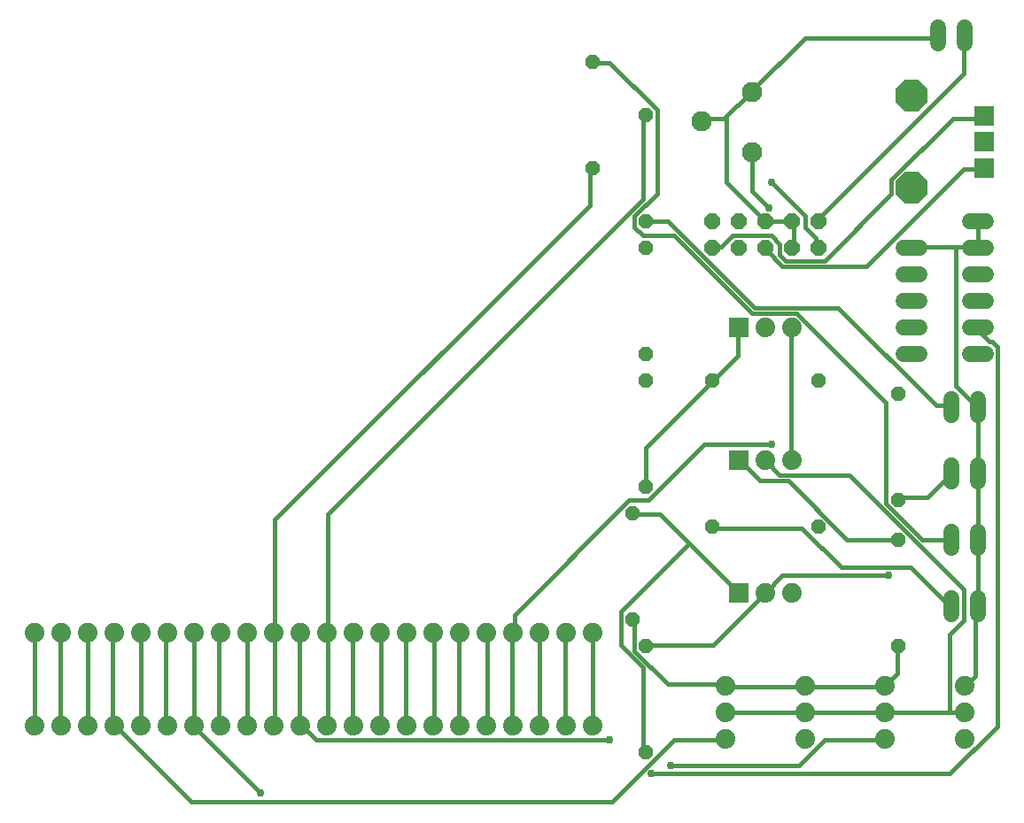
<source format=gbr>
G04 EAGLE Gerber RS-274X export*
G75*
%MOMM*%
%FSLAX34Y34*%
%LPD*%
%INTop Copper*%
%IPPOS*%
%AMOC8*
5,1,8,0,0,1.08239X$1,22.5*%
G01*
%ADD10C,1.524000*%
%ADD11C,1.879600*%
%ADD12P,1.649562X8X202.500000*%
%ADD13R,1.879600X1.879600*%
%ADD14P,3.247170X8X22.500000*%
%ADD15C,1.950000*%
%ADD16P,1.429621X8X112.500000*%
%ADD17P,1.429621X8X202.500000*%
%ADD18P,1.429621X8X292.500000*%
%ADD19P,1.429621X8X22.500000*%
%ADD20C,0.381000*%
%ADD21C,0.756400*%


D10*
X939800Y208280D02*
X939800Y223520D01*
X965200Y223520D02*
X965200Y208280D01*
X939800Y271780D02*
X939800Y287020D01*
X965200Y287020D02*
X965200Y271780D01*
X939800Y335280D02*
X939800Y350520D01*
X965200Y350520D02*
X965200Y335280D01*
X939800Y398780D02*
X939800Y414020D01*
X965200Y414020D02*
X965200Y398780D01*
D11*
X63500Y101600D03*
X88900Y101600D03*
X114300Y101600D03*
X139700Y101600D03*
X165100Y101600D03*
X190500Y101600D03*
X215900Y101600D03*
X241300Y101600D03*
X266700Y101600D03*
X292100Y101600D03*
X317500Y101600D03*
X342900Y101600D03*
X368300Y101600D03*
X393700Y101600D03*
X419100Y101600D03*
X444500Y101600D03*
X469900Y101600D03*
X495300Y101600D03*
X520700Y101600D03*
X546100Y101600D03*
X571500Y101600D03*
X596900Y101600D03*
X952500Y88900D03*
X952500Y114300D03*
X952500Y139700D03*
X876300Y88900D03*
X876300Y114300D03*
X876300Y139700D03*
X800100Y88900D03*
X800100Y114300D03*
X800100Y139700D03*
X723900Y88900D03*
X723900Y114300D03*
X723900Y139700D03*
X63500Y190500D03*
X88900Y190500D03*
X114300Y190500D03*
X139700Y190500D03*
X165100Y190500D03*
X190500Y190500D03*
X215900Y190500D03*
X241300Y190500D03*
X266700Y190500D03*
X292100Y190500D03*
X317500Y190500D03*
X342900Y190500D03*
X368300Y190500D03*
X393700Y190500D03*
X419100Y190500D03*
X444500Y190500D03*
X469900Y190500D03*
X495300Y190500D03*
X520700Y190500D03*
X546100Y190500D03*
X571500Y190500D03*
X596900Y190500D03*
D10*
X957580Y457200D02*
X972820Y457200D01*
X972820Y482600D02*
X957580Y482600D01*
X957580Y508000D02*
X972820Y508000D01*
X972820Y533400D02*
X957580Y533400D01*
X957580Y558800D02*
X972820Y558800D01*
X972820Y584200D02*
X957580Y584200D01*
X909320Y457200D02*
X894080Y457200D01*
X894080Y482600D02*
X909320Y482600D01*
X909320Y508000D02*
X894080Y508000D01*
X894080Y533400D02*
X909320Y533400D01*
X909320Y558800D02*
X894080Y558800D01*
D12*
X812800Y584200D03*
X812800Y558800D03*
X787400Y584200D03*
X787400Y558800D03*
X762000Y584200D03*
X762000Y558800D03*
X736600Y584200D03*
X736600Y558800D03*
X711200Y584200D03*
X711200Y558800D03*
D13*
X971700Y635400D03*
X971700Y660400D03*
X971700Y685400D03*
D14*
X901700Y616400D03*
X901700Y704400D03*
D10*
X952500Y754380D02*
X952500Y769620D01*
X927100Y769620D02*
X927100Y754380D01*
D13*
X736600Y228600D03*
D11*
X762000Y228600D03*
X787400Y228600D03*
D13*
X736600Y482600D03*
D11*
X762000Y482600D03*
X787400Y482600D03*
D13*
X736600Y355600D03*
D11*
X762000Y355600D03*
X787400Y355600D03*
D15*
X749300Y650400D03*
X749300Y708400D03*
X701300Y680400D03*
D16*
X647700Y76200D03*
X647700Y177800D03*
X635000Y203200D03*
X635000Y304800D03*
X647700Y330200D03*
X647700Y431800D03*
D17*
X812800Y431800D03*
X711200Y431800D03*
D16*
X647700Y457200D03*
X647700Y558800D03*
X889000Y177800D03*
X889000Y279400D03*
X647700Y584200D03*
X647700Y685800D03*
X889000Y317500D03*
X889000Y419100D03*
D18*
X596900Y736600D03*
X596900Y635000D03*
D19*
X711200Y292100D03*
X812800Y292100D03*
D20*
X797433Y290703D02*
X712089Y290703D01*
X797433Y290703D02*
X834771Y253365D01*
X901446Y253365D01*
X938784Y216027D01*
X712089Y290703D02*
X711200Y292100D01*
X938784Y216027D02*
X939800Y215900D01*
X613410Y736092D02*
X597408Y736092D01*
X613410Y736092D02*
X658749Y690753D01*
X658749Y610743D01*
X637413Y589407D01*
X637413Y578739D01*
X645414Y570738D01*
X674751Y570738D01*
X749427Y496062D01*
X792099Y496062D01*
X877443Y410718D01*
X877443Y314706D01*
X912114Y280035D01*
X938784Y280035D01*
X597408Y736092D02*
X596900Y736600D01*
X938784Y280035D02*
X939800Y279400D01*
X917448Y320040D02*
X890778Y320040D01*
X917448Y320040D02*
X938784Y341376D01*
X890778Y320040D02*
X889000Y317500D01*
X938784Y341376D02*
X939800Y342900D01*
X669417Y584073D02*
X648081Y584073D01*
X669417Y584073D02*
X752094Y501396D01*
X832104Y501396D01*
X925449Y408051D01*
X938784Y408051D01*
X648081Y584073D02*
X647700Y584200D01*
X938784Y408051D02*
X939800Y406400D01*
X597408Y189357D02*
X597408Y104013D01*
X596900Y101600D01*
X597408Y189357D02*
X596900Y190500D01*
X570738Y189357D02*
X570738Y104013D01*
X570738Y189357D02*
X571500Y190500D01*
X570738Y104013D02*
X571500Y101600D01*
X546735Y104013D02*
X546735Y189357D01*
X546735Y104013D02*
X546100Y101600D01*
X546735Y189357D02*
X546100Y190500D01*
X704088Y370713D02*
X768096Y370713D01*
X704088Y370713D02*
X650748Y317373D01*
X632079Y317373D01*
X522732Y208026D01*
X522732Y192024D01*
X520700Y190500D01*
X520065Y189357D02*
X520065Y104013D01*
X520700Y101600D01*
X520065Y189357D02*
X520700Y190500D01*
D21*
X768096Y370713D03*
D20*
X496062Y189357D02*
X496062Y104013D01*
X496062Y189357D02*
X495300Y190500D01*
X496062Y104013D02*
X495300Y101600D01*
X965454Y480060D02*
X976122Y469392D01*
X978789Y469392D01*
X984123Y464058D01*
X984123Y101346D01*
X938784Y56007D01*
X653415Y56007D01*
X965454Y480060D02*
X965200Y482600D01*
X469392Y189357D02*
X469392Y104013D01*
X469392Y189357D02*
X469900Y190500D01*
X469392Y104013D02*
X469900Y101600D01*
D21*
X653415Y56007D03*
D20*
X445389Y104013D02*
X445389Y189357D01*
X445389Y104013D02*
X444500Y101600D01*
X445389Y189357D02*
X444500Y190500D01*
X418719Y189357D02*
X418719Y104013D01*
X419100Y101600D01*
X418719Y189357D02*
X419100Y190500D01*
X394716Y189357D02*
X394716Y104013D01*
X393700Y101600D01*
X394716Y189357D02*
X393700Y190500D01*
X368046Y189357D02*
X368046Y104013D01*
X368300Y101600D01*
X368046Y189357D02*
X368300Y190500D01*
X645414Y605409D02*
X645414Y685419D01*
X645414Y605409D02*
X344043Y304038D01*
X344043Y192024D01*
X645414Y685419D02*
X647700Y685800D01*
X344043Y192024D02*
X342900Y190500D01*
X344043Y189357D02*
X344043Y104013D01*
X342900Y101600D01*
X344043Y189357D02*
X342900Y190500D01*
X333375Y88011D02*
X613410Y88011D01*
X333375Y88011D02*
X320040Y101346D01*
X317500Y101600D01*
X317373Y104013D02*
X317373Y189357D01*
X317500Y190500D01*
X317373Y104013D02*
X317500Y101600D01*
D21*
X613410Y88011D03*
D20*
X594741Y600075D02*
X594741Y634746D01*
X594741Y600075D02*
X293370Y298704D01*
X293370Y192024D01*
X594741Y634746D02*
X596900Y635000D01*
X293370Y192024D02*
X292100Y190500D01*
X293370Y189357D02*
X293370Y104013D01*
X292100Y101600D01*
X293370Y189357D02*
X292100Y190500D01*
X266700Y190500D02*
X266700Y101600D01*
X810768Y560070D02*
X810768Y568071D01*
X800100Y578739D01*
X800100Y589407D01*
X768096Y621411D01*
X810768Y560070D02*
X812800Y558800D01*
X240030Y189357D02*
X240030Y104013D01*
X241300Y101600D01*
X240030Y189357D02*
X241300Y190500D01*
D21*
X768096Y621411D03*
D20*
X216027Y189357D02*
X216027Y104013D01*
X215900Y101600D01*
X216027Y189357D02*
X215900Y190500D01*
X216027Y101346D02*
X280035Y37338D01*
X216027Y101346D02*
X215900Y101600D01*
D21*
X280035Y37338D03*
D20*
X189357Y104013D02*
X189357Y189357D01*
X189357Y104013D02*
X190500Y101600D01*
X189357Y189357D02*
X190500Y190500D01*
X818769Y88011D02*
X874776Y88011D01*
X818769Y88011D02*
X794766Y64008D01*
X672084Y64008D01*
X874776Y88011D02*
X876300Y88900D01*
D21*
X672084Y64008D03*
D20*
X165354Y104013D02*
X165354Y189357D01*
X165354Y104013D02*
X165100Y101600D01*
X165354Y189357D02*
X165100Y190500D01*
X138684Y189357D02*
X138684Y104013D01*
X139700Y101600D01*
X138684Y189357D02*
X139700Y190500D01*
X674751Y88011D02*
X722757Y88011D01*
X674751Y88011D02*
X616077Y29337D01*
X213360Y29337D01*
X141351Y101346D01*
X722757Y88011D02*
X723900Y88900D01*
X141351Y101346D02*
X139700Y101600D01*
X114681Y104013D02*
X114681Y189357D01*
X114681Y104013D02*
X114300Y101600D01*
X114681Y189357D02*
X114300Y190500D01*
X648081Y178689D02*
X712089Y178689D01*
X762000Y228600D01*
X648081Y178689D02*
X647700Y177800D01*
X778764Y245364D02*
X880110Y245364D01*
X778764Y245364D02*
X762000Y228600D01*
D21*
X880110Y245364D03*
D20*
X88011Y189357D02*
X88011Y104013D01*
X88900Y101600D01*
X88011Y189357D02*
X88900Y190500D01*
X800100Y760095D02*
X925449Y760095D01*
X800100Y760095D02*
X749427Y709422D01*
X925449Y760095D02*
X927100Y762000D01*
X749427Y709422D02*
X749300Y708400D01*
X722757Y682752D02*
X701421Y682752D01*
X724091Y684086D02*
X746760Y706755D01*
X724091Y684086D02*
X722757Y682752D01*
X701421Y682752D02*
X701300Y680400D01*
X746760Y706755D02*
X749300Y708400D01*
X944118Y560070D02*
X962787Y560070D01*
X944118Y560070D02*
X904113Y560070D01*
X901700Y558800D01*
X962787Y560070D02*
X965200Y558800D01*
X965454Y560070D02*
X965454Y584073D01*
X965200Y584200D01*
X965454Y560070D02*
X965200Y558800D01*
X786765Y584073D02*
X762762Y584073D01*
X762000Y584200D01*
X786765Y584073D02*
X787400Y584200D01*
X789432Y584073D02*
X789432Y560070D01*
X789432Y584073D02*
X787400Y584200D01*
X789432Y560070D02*
X787400Y558800D01*
X725424Y621411D02*
X725424Y682752D01*
X725424Y621411D02*
X760095Y586740D01*
X725424Y682752D02*
X724091Y684086D01*
X760095Y586740D02*
X762000Y584200D01*
X965454Y277368D02*
X965454Y216027D01*
X965200Y215900D01*
X965454Y277368D02*
X965200Y279400D01*
X965454Y344043D02*
X965454Y405384D01*
X965454Y344043D02*
X965200Y342900D01*
X965454Y405384D02*
X965200Y406400D01*
X965454Y341376D02*
X965454Y280035D01*
X965200Y279400D01*
X965454Y341376D02*
X965200Y342900D01*
X888111Y176022D02*
X888111Y152019D01*
X877443Y141351D01*
X888111Y176022D02*
X889000Y177800D01*
X877443Y141351D02*
X876300Y139700D01*
X64008Y104013D02*
X64008Y189357D01*
X64008Y104013D02*
X63500Y101600D01*
X64008Y189357D02*
X63500Y190500D01*
X637413Y202692D02*
X637413Y173355D01*
X669417Y141351D01*
X722757Y141351D01*
X637413Y202692D02*
X635000Y203200D01*
X722757Y141351D02*
X723900Y139700D01*
X725424Y138684D02*
X800100Y138684D01*
X725424Y138684D02*
X723900Y139700D01*
X800100Y138684D02*
X874776Y138684D01*
X876300Y139700D01*
X800100Y139700D02*
X800100Y138684D01*
X962787Y149352D02*
X962787Y213360D01*
X962787Y149352D02*
X954786Y141351D01*
X962787Y213360D02*
X965200Y215900D01*
X954786Y141351D02*
X952500Y139700D01*
X944118Y426720D02*
X944118Y560070D01*
X944118Y426720D02*
X962787Y408051D01*
X965200Y406400D01*
X800100Y114681D02*
X725424Y114681D01*
X723900Y114300D01*
X938784Y114681D02*
X952119Y114681D01*
X938784Y114681D02*
X877443Y114681D01*
X876300Y114300D01*
X952119Y114681D02*
X952500Y114300D01*
X874776Y114681D02*
X800100Y114681D01*
X800100Y114300D01*
X874776Y114681D02*
X876300Y114300D01*
X938784Y114681D02*
X938784Y189357D01*
X952119Y202692D01*
X952119Y232029D01*
X842772Y341376D01*
X776097Y341376D01*
X762762Y354711D01*
X762000Y355600D01*
X813435Y586740D02*
X952119Y725424D01*
X952119Y760095D01*
X813435Y586740D02*
X812800Y584200D01*
X952119Y760095D02*
X952500Y762000D01*
X762762Y557403D02*
X778764Y541401D01*
X858774Y541401D01*
X952119Y634746D01*
X970788Y634746D01*
X762762Y557403D02*
X762000Y558800D01*
X970788Y634746D02*
X971700Y635400D01*
X720090Y560070D02*
X712089Y560070D01*
X720090Y560070D02*
X730758Y570738D01*
X768096Y570738D01*
X776097Y562737D01*
X776097Y552069D01*
X781431Y546735D01*
X818769Y546735D01*
X882777Y610743D01*
X882777Y624078D01*
X941451Y682752D01*
X970788Y682752D01*
X712089Y560070D02*
X711200Y558800D01*
X970788Y682752D02*
X971700Y685400D01*
X661416Y304038D02*
X637413Y304038D01*
X689420Y276035D02*
X736092Y229362D01*
X689420Y276035D02*
X661416Y304038D01*
X637413Y304038D02*
X635000Y304800D01*
X736092Y229362D02*
X736600Y228600D01*
X645414Y157353D02*
X645414Y77343D01*
X645414Y157353D02*
X624078Y178689D01*
X624078Y210693D01*
X689420Y276035D01*
X645414Y77343D02*
X647700Y76200D01*
X648081Y330708D02*
X648081Y368046D01*
X709422Y429387D01*
X648081Y330708D02*
X647700Y330200D01*
X709422Y429387D02*
X711200Y431800D01*
X736092Y456057D02*
X736092Y480060D01*
X736092Y456057D02*
X712089Y432054D01*
X736092Y480060D02*
X736600Y482600D01*
X712089Y432054D02*
X711200Y431800D01*
X840105Y280035D02*
X888111Y280035D01*
X840105Y280035D02*
X784098Y336042D01*
X757428Y336042D01*
X738759Y354711D01*
X888111Y280035D02*
X889000Y279400D01*
X738759Y354711D02*
X736600Y355600D01*
X786765Y357378D02*
X786765Y480060D01*
X787400Y482600D01*
X786765Y357378D02*
X787400Y355600D01*
X749427Y613410D02*
X749427Y648081D01*
X749427Y613410D02*
X765429Y597408D01*
X749427Y648081D02*
X749300Y650400D01*
D21*
X765429Y597408D03*
M02*

</source>
